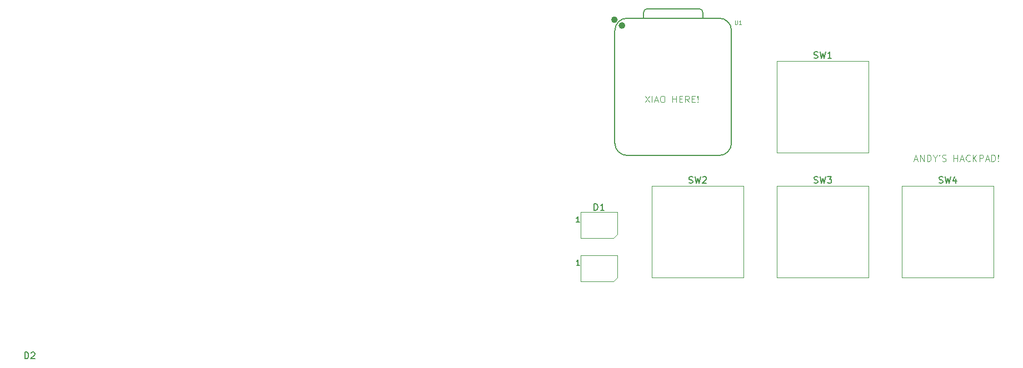
<source format=gbr>
%TF.GenerationSoftware,KiCad,Pcbnew,9.0.2*%
%TF.CreationDate,2025-06-20T14:09:44-04:00*%
%TF.ProjectId,hackpad,6861636b-7061-4642-9e6b-696361645f70,rev?*%
%TF.SameCoordinates,Original*%
%TF.FileFunction,Legend,Top*%
%TF.FilePolarity,Positive*%
%FSLAX46Y46*%
G04 Gerber Fmt 4.6, Leading zero omitted, Abs format (unit mm)*
G04 Created by KiCad (PCBNEW 9.0.2) date 2025-06-20 14:09:44*
%MOMM*%
%LPD*%
G01*
G04 APERTURE LIST*
%ADD10C,0.100000*%
%ADD11C,0.101600*%
%ADD12C,0.150000*%
%ADD13C,0.127000*%
%ADD14C,0.504000*%
%ADD15C,0.120000*%
G04 APERTURE END LIST*
D10*
X174256265Y-86586704D02*
X174732455Y-86586704D01*
X174161027Y-86872419D02*
X174494360Y-85872419D01*
X174494360Y-85872419D02*
X174827693Y-86872419D01*
X175161027Y-86872419D02*
X175161027Y-85872419D01*
X175161027Y-85872419D02*
X175732455Y-86872419D01*
X175732455Y-86872419D02*
X175732455Y-85872419D01*
X176208646Y-86872419D02*
X176208646Y-85872419D01*
X176208646Y-85872419D02*
X176446741Y-85872419D01*
X176446741Y-85872419D02*
X176589598Y-85920038D01*
X176589598Y-85920038D02*
X176684836Y-86015276D01*
X176684836Y-86015276D02*
X176732455Y-86110514D01*
X176732455Y-86110514D02*
X176780074Y-86300990D01*
X176780074Y-86300990D02*
X176780074Y-86443847D01*
X176780074Y-86443847D02*
X176732455Y-86634323D01*
X176732455Y-86634323D02*
X176684836Y-86729561D01*
X176684836Y-86729561D02*
X176589598Y-86824800D01*
X176589598Y-86824800D02*
X176446741Y-86872419D01*
X176446741Y-86872419D02*
X176208646Y-86872419D01*
X177399122Y-86396228D02*
X177399122Y-86872419D01*
X177065789Y-85872419D02*
X177399122Y-86396228D01*
X177399122Y-86396228D02*
X177732455Y-85872419D01*
X178113408Y-85872419D02*
X178018170Y-86062895D01*
X178494360Y-86824800D02*
X178637217Y-86872419D01*
X178637217Y-86872419D02*
X178875312Y-86872419D01*
X178875312Y-86872419D02*
X178970550Y-86824800D01*
X178970550Y-86824800D02*
X179018169Y-86777180D01*
X179018169Y-86777180D02*
X179065788Y-86681942D01*
X179065788Y-86681942D02*
X179065788Y-86586704D01*
X179065788Y-86586704D02*
X179018169Y-86491466D01*
X179018169Y-86491466D02*
X178970550Y-86443847D01*
X178970550Y-86443847D02*
X178875312Y-86396228D01*
X178875312Y-86396228D02*
X178684836Y-86348609D01*
X178684836Y-86348609D02*
X178589598Y-86300990D01*
X178589598Y-86300990D02*
X178541979Y-86253371D01*
X178541979Y-86253371D02*
X178494360Y-86158133D01*
X178494360Y-86158133D02*
X178494360Y-86062895D01*
X178494360Y-86062895D02*
X178541979Y-85967657D01*
X178541979Y-85967657D02*
X178589598Y-85920038D01*
X178589598Y-85920038D02*
X178684836Y-85872419D01*
X178684836Y-85872419D02*
X178922931Y-85872419D01*
X178922931Y-85872419D02*
X179065788Y-85920038D01*
X180256265Y-86872419D02*
X180256265Y-85872419D01*
X180256265Y-86348609D02*
X180827693Y-86348609D01*
X180827693Y-86872419D02*
X180827693Y-85872419D01*
X181256265Y-86586704D02*
X181732455Y-86586704D01*
X181161027Y-86872419D02*
X181494360Y-85872419D01*
X181494360Y-85872419D02*
X181827693Y-86872419D01*
X182732455Y-86777180D02*
X182684836Y-86824800D01*
X182684836Y-86824800D02*
X182541979Y-86872419D01*
X182541979Y-86872419D02*
X182446741Y-86872419D01*
X182446741Y-86872419D02*
X182303884Y-86824800D01*
X182303884Y-86824800D02*
X182208646Y-86729561D01*
X182208646Y-86729561D02*
X182161027Y-86634323D01*
X182161027Y-86634323D02*
X182113408Y-86443847D01*
X182113408Y-86443847D02*
X182113408Y-86300990D01*
X182113408Y-86300990D02*
X182161027Y-86110514D01*
X182161027Y-86110514D02*
X182208646Y-86015276D01*
X182208646Y-86015276D02*
X182303884Y-85920038D01*
X182303884Y-85920038D02*
X182446741Y-85872419D01*
X182446741Y-85872419D02*
X182541979Y-85872419D01*
X182541979Y-85872419D02*
X182684836Y-85920038D01*
X182684836Y-85920038D02*
X182732455Y-85967657D01*
X183161027Y-86872419D02*
X183161027Y-85872419D01*
X183732455Y-86872419D02*
X183303884Y-86300990D01*
X183732455Y-85872419D02*
X183161027Y-86443847D01*
X184161027Y-86872419D02*
X184161027Y-85872419D01*
X184161027Y-85872419D02*
X184541979Y-85872419D01*
X184541979Y-85872419D02*
X184637217Y-85920038D01*
X184637217Y-85920038D02*
X184684836Y-85967657D01*
X184684836Y-85967657D02*
X184732455Y-86062895D01*
X184732455Y-86062895D02*
X184732455Y-86205752D01*
X184732455Y-86205752D02*
X184684836Y-86300990D01*
X184684836Y-86300990D02*
X184637217Y-86348609D01*
X184637217Y-86348609D02*
X184541979Y-86396228D01*
X184541979Y-86396228D02*
X184161027Y-86396228D01*
X185113408Y-86586704D02*
X185589598Y-86586704D01*
X185018170Y-86872419D02*
X185351503Y-85872419D01*
X185351503Y-85872419D02*
X185684836Y-86872419D01*
X186018170Y-86872419D02*
X186018170Y-85872419D01*
X186018170Y-85872419D02*
X186256265Y-85872419D01*
X186256265Y-85872419D02*
X186399122Y-85920038D01*
X186399122Y-85920038D02*
X186494360Y-86015276D01*
X186494360Y-86015276D02*
X186541979Y-86110514D01*
X186541979Y-86110514D02*
X186589598Y-86300990D01*
X186589598Y-86300990D02*
X186589598Y-86443847D01*
X186589598Y-86443847D02*
X186541979Y-86634323D01*
X186541979Y-86634323D02*
X186494360Y-86729561D01*
X186494360Y-86729561D02*
X186399122Y-86824800D01*
X186399122Y-86824800D02*
X186256265Y-86872419D01*
X186256265Y-86872419D02*
X186018170Y-86872419D01*
X187018170Y-86777180D02*
X187065789Y-86824800D01*
X187065789Y-86824800D02*
X187018170Y-86872419D01*
X187018170Y-86872419D02*
X186970551Y-86824800D01*
X186970551Y-86824800D02*
X187018170Y-86777180D01*
X187018170Y-86777180D02*
X187018170Y-86872419D01*
X187018170Y-86491466D02*
X186970551Y-85920038D01*
X186970551Y-85920038D02*
X187018170Y-85872419D01*
X187018170Y-85872419D02*
X187065789Y-85920038D01*
X187065789Y-85920038D02*
X187018170Y-86491466D01*
X187018170Y-86491466D02*
X187018170Y-85872419D01*
X133208646Y-76872419D02*
X133875312Y-77872419D01*
X133875312Y-76872419D02*
X133208646Y-77872419D01*
X134256265Y-77872419D02*
X134256265Y-76872419D01*
X134684836Y-77586704D02*
X135161026Y-77586704D01*
X134589598Y-77872419D02*
X134922931Y-76872419D01*
X134922931Y-76872419D02*
X135256264Y-77872419D01*
X135780074Y-76872419D02*
X135970550Y-76872419D01*
X135970550Y-76872419D02*
X136065788Y-76920038D01*
X136065788Y-76920038D02*
X136161026Y-77015276D01*
X136161026Y-77015276D02*
X136208645Y-77205752D01*
X136208645Y-77205752D02*
X136208645Y-77539085D01*
X136208645Y-77539085D02*
X136161026Y-77729561D01*
X136161026Y-77729561D02*
X136065788Y-77824800D01*
X136065788Y-77824800D02*
X135970550Y-77872419D01*
X135970550Y-77872419D02*
X135780074Y-77872419D01*
X135780074Y-77872419D02*
X135684836Y-77824800D01*
X135684836Y-77824800D02*
X135589598Y-77729561D01*
X135589598Y-77729561D02*
X135541979Y-77539085D01*
X135541979Y-77539085D02*
X135541979Y-77205752D01*
X135541979Y-77205752D02*
X135589598Y-77015276D01*
X135589598Y-77015276D02*
X135684836Y-76920038D01*
X135684836Y-76920038D02*
X135780074Y-76872419D01*
X137399122Y-77872419D02*
X137399122Y-76872419D01*
X137399122Y-77348609D02*
X137970550Y-77348609D01*
X137970550Y-77872419D02*
X137970550Y-76872419D01*
X138446741Y-77348609D02*
X138780074Y-77348609D01*
X138922931Y-77872419D02*
X138446741Y-77872419D01*
X138446741Y-77872419D02*
X138446741Y-76872419D01*
X138446741Y-76872419D02*
X138922931Y-76872419D01*
X139922931Y-77872419D02*
X139589598Y-77396228D01*
X139351503Y-77872419D02*
X139351503Y-76872419D01*
X139351503Y-76872419D02*
X139732455Y-76872419D01*
X139732455Y-76872419D02*
X139827693Y-76920038D01*
X139827693Y-76920038D02*
X139875312Y-76967657D01*
X139875312Y-76967657D02*
X139922931Y-77062895D01*
X139922931Y-77062895D02*
X139922931Y-77205752D01*
X139922931Y-77205752D02*
X139875312Y-77300990D01*
X139875312Y-77300990D02*
X139827693Y-77348609D01*
X139827693Y-77348609D02*
X139732455Y-77396228D01*
X139732455Y-77396228D02*
X139351503Y-77396228D01*
X140351503Y-77348609D02*
X140684836Y-77348609D01*
X140827693Y-77872419D02*
X140351503Y-77872419D01*
X140351503Y-77872419D02*
X140351503Y-76872419D01*
X140351503Y-76872419D02*
X140827693Y-76872419D01*
X141256265Y-77777180D02*
X141303884Y-77824800D01*
X141303884Y-77824800D02*
X141256265Y-77872419D01*
X141256265Y-77872419D02*
X141208646Y-77824800D01*
X141208646Y-77824800D02*
X141256265Y-77777180D01*
X141256265Y-77777180D02*
X141256265Y-77872419D01*
X141256265Y-77491466D02*
X141208646Y-76920038D01*
X141208646Y-76920038D02*
X141256265Y-76872419D01*
X141256265Y-76872419D02*
X141303884Y-76920038D01*
X141303884Y-76920038D02*
X141256265Y-77491466D01*
X141256265Y-77491466D02*
X141256265Y-76872419D01*
D11*
X146916190Y-65353479D02*
X146916190Y-65867526D01*
X146916190Y-65867526D02*
X146946428Y-65928002D01*
X146946428Y-65928002D02*
X146976666Y-65958241D01*
X146976666Y-65958241D02*
X147037142Y-65988479D01*
X147037142Y-65988479D02*
X147158095Y-65988479D01*
X147158095Y-65988479D02*
X147218571Y-65958241D01*
X147218571Y-65958241D02*
X147248809Y-65928002D01*
X147248809Y-65928002D02*
X147279047Y-65867526D01*
X147279047Y-65867526D02*
X147279047Y-65353479D01*
X147914047Y-65988479D02*
X147551190Y-65988479D01*
X147732618Y-65988479D02*
X147732618Y-65353479D01*
X147732618Y-65353479D02*
X147672142Y-65444193D01*
X147672142Y-65444193D02*
X147611666Y-65504669D01*
X147611666Y-65504669D02*
X147551190Y-65534907D01*
D12*
X178016667Y-90143200D02*
X178159524Y-90190819D01*
X178159524Y-90190819D02*
X178397619Y-90190819D01*
X178397619Y-90190819D02*
X178492857Y-90143200D01*
X178492857Y-90143200D02*
X178540476Y-90095580D01*
X178540476Y-90095580D02*
X178588095Y-90000342D01*
X178588095Y-90000342D02*
X178588095Y-89905104D01*
X178588095Y-89905104D02*
X178540476Y-89809866D01*
X178540476Y-89809866D02*
X178492857Y-89762247D01*
X178492857Y-89762247D02*
X178397619Y-89714628D01*
X178397619Y-89714628D02*
X178207143Y-89667009D01*
X178207143Y-89667009D02*
X178111905Y-89619390D01*
X178111905Y-89619390D02*
X178064286Y-89571771D01*
X178064286Y-89571771D02*
X178016667Y-89476533D01*
X178016667Y-89476533D02*
X178016667Y-89381295D01*
X178016667Y-89381295D02*
X178064286Y-89286057D01*
X178064286Y-89286057D02*
X178111905Y-89238438D01*
X178111905Y-89238438D02*
X178207143Y-89190819D01*
X178207143Y-89190819D02*
X178445238Y-89190819D01*
X178445238Y-89190819D02*
X178588095Y-89238438D01*
X178921429Y-89190819D02*
X179159524Y-90190819D01*
X179159524Y-90190819D02*
X179350000Y-89476533D01*
X179350000Y-89476533D02*
X179540476Y-90190819D01*
X179540476Y-90190819D02*
X179778572Y-89190819D01*
X180588095Y-89524152D02*
X180588095Y-90190819D01*
X180350000Y-89143200D02*
X180111905Y-89857485D01*
X180111905Y-89857485D02*
X180730952Y-89857485D01*
X125461905Y-94329819D02*
X125461905Y-93329819D01*
X125461905Y-93329819D02*
X125700000Y-93329819D01*
X125700000Y-93329819D02*
X125842857Y-93377438D01*
X125842857Y-93377438D02*
X125938095Y-93472676D01*
X125938095Y-93472676D02*
X125985714Y-93567914D01*
X125985714Y-93567914D02*
X126033333Y-93758390D01*
X126033333Y-93758390D02*
X126033333Y-93901247D01*
X126033333Y-93901247D02*
X125985714Y-94091723D01*
X125985714Y-94091723D02*
X125938095Y-94186961D01*
X125938095Y-94186961D02*
X125842857Y-94282200D01*
X125842857Y-94282200D02*
X125700000Y-94329819D01*
X125700000Y-94329819D02*
X125461905Y-94329819D01*
X126985714Y-94329819D02*
X126414286Y-94329819D01*
X126700000Y-94329819D02*
X126700000Y-93329819D01*
X126700000Y-93329819D02*
X126604762Y-93472676D01*
X126604762Y-93472676D02*
X126509524Y-93567914D01*
X126509524Y-93567914D02*
X126414286Y-93615533D01*
X123228571Y-96112295D02*
X122771428Y-96112295D01*
X123000000Y-96112295D02*
X123000000Y-95312295D01*
X123000000Y-95312295D02*
X122923809Y-95426580D01*
X122923809Y-95426580D02*
X122847619Y-95502771D01*
X122847619Y-95502771D02*
X122771428Y-95540866D01*
X158966067Y-90145400D02*
X159108924Y-90193019D01*
X159108924Y-90193019D02*
X159347019Y-90193019D01*
X159347019Y-90193019D02*
X159442257Y-90145400D01*
X159442257Y-90145400D02*
X159489876Y-90097780D01*
X159489876Y-90097780D02*
X159537495Y-90002542D01*
X159537495Y-90002542D02*
X159537495Y-89907304D01*
X159537495Y-89907304D02*
X159489876Y-89812066D01*
X159489876Y-89812066D02*
X159442257Y-89764447D01*
X159442257Y-89764447D02*
X159347019Y-89716828D01*
X159347019Y-89716828D02*
X159156543Y-89669209D01*
X159156543Y-89669209D02*
X159061305Y-89621590D01*
X159061305Y-89621590D02*
X159013686Y-89573971D01*
X159013686Y-89573971D02*
X158966067Y-89478733D01*
X158966067Y-89478733D02*
X158966067Y-89383495D01*
X158966067Y-89383495D02*
X159013686Y-89288257D01*
X159013686Y-89288257D02*
X159061305Y-89240638D01*
X159061305Y-89240638D02*
X159156543Y-89193019D01*
X159156543Y-89193019D02*
X159394638Y-89193019D01*
X159394638Y-89193019D02*
X159537495Y-89240638D01*
X159870829Y-89193019D02*
X160108924Y-90193019D01*
X160108924Y-90193019D02*
X160299400Y-89478733D01*
X160299400Y-89478733D02*
X160489876Y-90193019D01*
X160489876Y-90193019D02*
X160727972Y-89193019D01*
X161013686Y-89193019D02*
X161632733Y-89193019D01*
X161632733Y-89193019D02*
X161299400Y-89573971D01*
X161299400Y-89573971D02*
X161442257Y-89573971D01*
X161442257Y-89573971D02*
X161537495Y-89621590D01*
X161537495Y-89621590D02*
X161585114Y-89669209D01*
X161585114Y-89669209D02*
X161632733Y-89764447D01*
X161632733Y-89764447D02*
X161632733Y-90002542D01*
X161632733Y-90002542D02*
X161585114Y-90097780D01*
X161585114Y-90097780D02*
X161537495Y-90145400D01*
X161537495Y-90145400D02*
X161442257Y-90193019D01*
X161442257Y-90193019D02*
X161156543Y-90193019D01*
X161156543Y-90193019D02*
X161061305Y-90145400D01*
X161061305Y-90145400D02*
X161013686Y-90097780D01*
X158956667Y-71093200D02*
X159099524Y-71140819D01*
X159099524Y-71140819D02*
X159337619Y-71140819D01*
X159337619Y-71140819D02*
X159432857Y-71093200D01*
X159432857Y-71093200D02*
X159480476Y-71045580D01*
X159480476Y-71045580D02*
X159528095Y-70950342D01*
X159528095Y-70950342D02*
X159528095Y-70855104D01*
X159528095Y-70855104D02*
X159480476Y-70759866D01*
X159480476Y-70759866D02*
X159432857Y-70712247D01*
X159432857Y-70712247D02*
X159337619Y-70664628D01*
X159337619Y-70664628D02*
X159147143Y-70617009D01*
X159147143Y-70617009D02*
X159051905Y-70569390D01*
X159051905Y-70569390D02*
X159004286Y-70521771D01*
X159004286Y-70521771D02*
X158956667Y-70426533D01*
X158956667Y-70426533D02*
X158956667Y-70331295D01*
X158956667Y-70331295D02*
X159004286Y-70236057D01*
X159004286Y-70236057D02*
X159051905Y-70188438D01*
X159051905Y-70188438D02*
X159147143Y-70140819D01*
X159147143Y-70140819D02*
X159385238Y-70140819D01*
X159385238Y-70140819D02*
X159528095Y-70188438D01*
X159861429Y-70140819D02*
X160099524Y-71140819D01*
X160099524Y-71140819D02*
X160290000Y-70426533D01*
X160290000Y-70426533D02*
X160480476Y-71140819D01*
X160480476Y-71140819D02*
X160718572Y-70140819D01*
X161623333Y-71140819D02*
X161051905Y-71140819D01*
X161337619Y-71140819D02*
X161337619Y-70140819D01*
X161337619Y-70140819D02*
X161242381Y-70283676D01*
X161242381Y-70283676D02*
X161147143Y-70378914D01*
X161147143Y-70378914D02*
X161051905Y-70426533D01*
X38718305Y-116981619D02*
X38718305Y-115981619D01*
X38718305Y-115981619D02*
X38956400Y-115981619D01*
X38956400Y-115981619D02*
X39099257Y-116029238D01*
X39099257Y-116029238D02*
X39194495Y-116124476D01*
X39194495Y-116124476D02*
X39242114Y-116219714D01*
X39242114Y-116219714D02*
X39289733Y-116410190D01*
X39289733Y-116410190D02*
X39289733Y-116553047D01*
X39289733Y-116553047D02*
X39242114Y-116743523D01*
X39242114Y-116743523D02*
X39194495Y-116838761D01*
X39194495Y-116838761D02*
X39099257Y-116934000D01*
X39099257Y-116934000D02*
X38956400Y-116981619D01*
X38956400Y-116981619D02*
X38718305Y-116981619D01*
X39670686Y-116076857D02*
X39718305Y-116029238D01*
X39718305Y-116029238D02*
X39813543Y-115981619D01*
X39813543Y-115981619D02*
X40051638Y-115981619D01*
X40051638Y-115981619D02*
X40146876Y-116029238D01*
X40146876Y-116029238D02*
X40194495Y-116076857D01*
X40194495Y-116076857D02*
X40242114Y-116172095D01*
X40242114Y-116172095D02*
X40242114Y-116267333D01*
X40242114Y-116267333D02*
X40194495Y-116410190D01*
X40194495Y-116410190D02*
X39623067Y-116981619D01*
X39623067Y-116981619D02*
X40242114Y-116981619D01*
X123238571Y-102692295D02*
X122781428Y-102692295D01*
X123010000Y-102692295D02*
X123010000Y-101892295D01*
X123010000Y-101892295D02*
X122933809Y-102006580D01*
X122933809Y-102006580D02*
X122857619Y-102082771D01*
X122857619Y-102082771D02*
X122781428Y-102120866D01*
X139906667Y-90143200D02*
X140049524Y-90190819D01*
X140049524Y-90190819D02*
X140287619Y-90190819D01*
X140287619Y-90190819D02*
X140382857Y-90143200D01*
X140382857Y-90143200D02*
X140430476Y-90095580D01*
X140430476Y-90095580D02*
X140478095Y-90000342D01*
X140478095Y-90000342D02*
X140478095Y-89905104D01*
X140478095Y-89905104D02*
X140430476Y-89809866D01*
X140430476Y-89809866D02*
X140382857Y-89762247D01*
X140382857Y-89762247D02*
X140287619Y-89714628D01*
X140287619Y-89714628D02*
X140097143Y-89667009D01*
X140097143Y-89667009D02*
X140001905Y-89619390D01*
X140001905Y-89619390D02*
X139954286Y-89571771D01*
X139954286Y-89571771D02*
X139906667Y-89476533D01*
X139906667Y-89476533D02*
X139906667Y-89381295D01*
X139906667Y-89381295D02*
X139954286Y-89286057D01*
X139954286Y-89286057D02*
X140001905Y-89238438D01*
X140001905Y-89238438D02*
X140097143Y-89190819D01*
X140097143Y-89190819D02*
X140335238Y-89190819D01*
X140335238Y-89190819D02*
X140478095Y-89238438D01*
X140811429Y-89190819D02*
X141049524Y-90190819D01*
X141049524Y-90190819D02*
X141240000Y-89476533D01*
X141240000Y-89476533D02*
X141430476Y-90190819D01*
X141430476Y-90190819D02*
X141668572Y-89190819D01*
X142001905Y-89286057D02*
X142049524Y-89238438D01*
X142049524Y-89238438D02*
X142144762Y-89190819D01*
X142144762Y-89190819D02*
X142382857Y-89190819D01*
X142382857Y-89190819D02*
X142478095Y-89238438D01*
X142478095Y-89238438D02*
X142525714Y-89286057D01*
X142525714Y-89286057D02*
X142573333Y-89381295D01*
X142573333Y-89381295D02*
X142573333Y-89476533D01*
X142573333Y-89476533D02*
X142525714Y-89619390D01*
X142525714Y-89619390D02*
X141954286Y-90190819D01*
X141954286Y-90190819D02*
X142573333Y-90190819D01*
D13*
%TO.C,U1*%
X128610000Y-84077500D02*
X128610000Y-66932500D01*
X130515000Y-85982500D02*
X144485000Y-85982500D01*
X133005000Y-65027500D02*
X133008728Y-64117228D01*
X133508728Y-63617500D02*
X141504000Y-63617500D01*
X142004000Y-64117500D02*
X142004000Y-65027500D01*
D10*
X144485000Y-65027500D02*
X130515000Y-65027500D01*
D13*
X144485000Y-65027500D02*
X130515000Y-65027500D01*
X146390000Y-84077500D02*
X146390000Y-66932500D01*
X128610000Y-66932500D02*
G75*
G02*
X130515000Y-65027500I1905001J-1D01*
G01*
X130515000Y-85982500D02*
G75*
G02*
X128610000Y-84077500I1J1905001D01*
G01*
X133008728Y-64117228D02*
G75*
G02*
X133508728Y-63617501I500018J-291D01*
G01*
X141504000Y-63617500D02*
G75*
G02*
X142004000Y-64117500I0J-500000D01*
G01*
X144485000Y-65027500D02*
G75*
G02*
X146390000Y-66932500I0J-1905000D01*
G01*
X146390000Y-84077500D02*
G75*
G02*
X144485000Y-85982500I-1905000J0D01*
G01*
D14*
X128802000Y-65268500D02*
G75*
G02*
X128298000Y-65268500I-252000J0D01*
G01*
X128298000Y-65268500D02*
G75*
G02*
X128802000Y-65268500I252000J0D01*
G01*
X129945000Y-66148500D02*
G75*
G02*
X129441000Y-66148500I-252000J0D01*
G01*
X129441000Y-66148500D02*
G75*
G02*
X129945000Y-66148500I252000J0D01*
G01*
D15*
%TO.C,SW4*%
X172365000Y-90625000D02*
X186335000Y-90625000D01*
X172365000Y-104595000D02*
X172365000Y-90625000D01*
X186335000Y-90625000D02*
X186335000Y-104595000D01*
X186335000Y-104595000D02*
X172365000Y-104595000D01*
%TO.C,D1*%
X123400000Y-94625000D02*
X123400000Y-98625000D01*
X123400000Y-94625000D02*
X129000000Y-94625000D01*
X123400000Y-98625000D02*
X128400000Y-98625000D01*
X129000000Y-98025000D02*
X128400000Y-98625000D01*
X129000000Y-98025000D02*
X129000000Y-94625000D01*
%TO.C,SW3*%
X153314400Y-90627200D02*
X167284400Y-90627200D01*
X153314400Y-104597200D02*
X153314400Y-90627200D01*
X167284400Y-90627200D02*
X167284400Y-104597200D01*
X167284400Y-104597200D02*
X153314400Y-104597200D01*
%TO.C,SW1*%
X153305000Y-71575000D02*
X167275000Y-71575000D01*
X153305000Y-85545000D02*
X153305000Y-71575000D01*
X167275000Y-71575000D02*
X167275000Y-85545000D01*
X167275000Y-85545000D02*
X153305000Y-85545000D01*
%TO.C,D2*%
X123410000Y-101205000D02*
X123410000Y-105205000D01*
X123410000Y-101205000D02*
X129010000Y-101205000D01*
X123410000Y-105205000D02*
X128410000Y-105205000D01*
X129010000Y-104605000D02*
X128410000Y-105205000D01*
X129010000Y-104605000D02*
X129010000Y-101205000D01*
%TO.C,SW2*%
X134255000Y-90625000D02*
X148225000Y-90625000D01*
X134255000Y-104595000D02*
X134255000Y-90625000D01*
X148225000Y-90625000D02*
X148225000Y-104595000D01*
X148225000Y-104595000D02*
X134255000Y-104595000D01*
%TD*%
M02*

</source>
